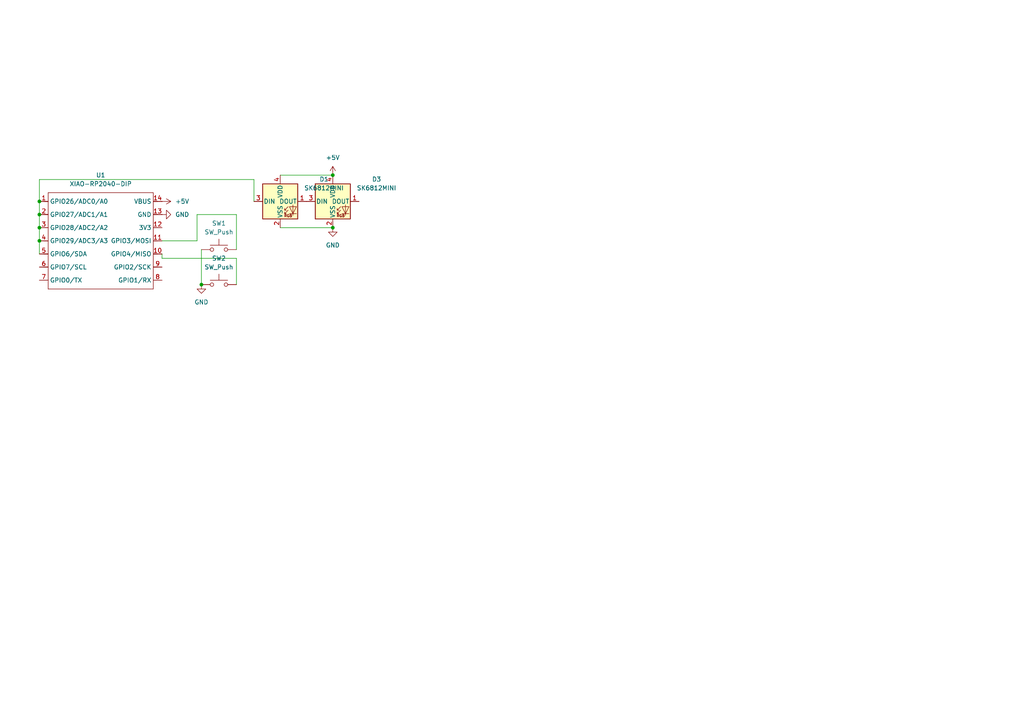
<source format=kicad_sch>
(kicad_sch
	(version 20250114)
	(generator "eeschema")
	(generator_version "9.0")
	(uuid "5cfa680a-8fea-419e-81bf-4003b6593132")
	(paper "A4")
	(lib_symbols
		(symbol "LED:SK6812MINI"
			(pin_names
				(offset 0.254)
			)
			(exclude_from_sim no)
			(in_bom yes)
			(on_board yes)
			(property "Reference" "D"
				(at 5.08 5.715 0)
				(effects
					(font
						(size 1.27 1.27)
					)
					(justify right bottom)
				)
			)
			(property "Value" "SK6812MINI"
				(at 1.27 -5.715 0)
				(effects
					(font
						(size 1.27 1.27)
					)
					(justify left top)
				)
			)
			(property "Footprint" "LED_SMD:LED_SK6812MINI_PLCC4_3.5x3.5mm_P1.75mm"
				(at 1.27 -7.62 0)
				(effects
					(font
						(size 1.27 1.27)
					)
					(justify left top)
					(hide yes)
				)
			)
			(property "Datasheet" "https://cdn-shop.adafruit.com/product-files/2686/SK6812MINI_REV.01-1-2.pdf"
				(at 2.54 -9.525 0)
				(effects
					(font
						(size 1.27 1.27)
					)
					(justify left top)
					(hide yes)
				)
			)
			(property "Description" "RGB LED with integrated controller"
				(at 0 0 0)
				(effects
					(font
						(size 1.27 1.27)
					)
					(hide yes)
				)
			)
			(property "ki_keywords" "RGB LED NeoPixel Mini addressable"
				(at 0 0 0)
				(effects
					(font
						(size 1.27 1.27)
					)
					(hide yes)
				)
			)
			(property "ki_fp_filters" "LED*SK6812MINI*PLCC*3.5x3.5mm*P1.75mm*"
				(at 0 0 0)
				(effects
					(font
						(size 1.27 1.27)
					)
					(hide yes)
				)
			)
			(symbol "SK6812MINI_0_0"
				(text "RGB"
					(at 2.286 -4.191 0)
					(effects
						(font
							(size 0.762 0.762)
						)
					)
				)
			)
			(symbol "SK6812MINI_0_1"
				(polyline
					(pts
						(xy 1.27 -2.54) (xy 1.778 -2.54)
					)
					(stroke
						(width 0)
						(type default)
					)
					(fill
						(type none)
					)
				)
				(polyline
					(pts
						(xy 1.27 -3.556) (xy 1.778 -3.556)
					)
					(stroke
						(width 0)
						(type default)
					)
					(fill
						(type none)
					)
				)
				(polyline
					(pts
						(xy 2.286 -1.524) (xy 1.27 -2.54) (xy 1.27 -2.032)
					)
					(stroke
						(width 0)
						(type default)
					)
					(fill
						(type none)
					)
				)
				(polyline
					(pts
						(xy 2.286 -2.54) (xy 1.27 -3.556) (xy 1.27 -3.048)
					)
					(stroke
						(width 0)
						(type default)
					)
					(fill
						(type none)
					)
				)
				(polyline
					(pts
						(xy 3.683 -1.016) (xy 3.683 -3.556) (xy 3.683 -4.064)
					)
					(stroke
						(width 0)
						(type default)
					)
					(fill
						(type none)
					)
				)
				(polyline
					(pts
						(xy 4.699 -1.524) (xy 2.667 -1.524) (xy 3.683 -3.556) (xy 4.699 -1.524)
					)
					(stroke
						(width 0)
						(type default)
					)
					(fill
						(type none)
					)
				)
				(polyline
					(pts
						(xy 4.699 -3.556) (xy 2.667 -3.556)
					)
					(stroke
						(width 0)
						(type default)
					)
					(fill
						(type none)
					)
				)
				(rectangle
					(start 5.08 5.08)
					(end -5.08 -5.08)
					(stroke
						(width 0.254)
						(type default)
					)
					(fill
						(type background)
					)
				)
			)
			(symbol "SK6812MINI_1_1"
				(pin input line
					(at -7.62 0 0)
					(length 2.54)
					(name "DIN"
						(effects
							(font
								(size 1.27 1.27)
							)
						)
					)
					(number "3"
						(effects
							(font
								(size 1.27 1.27)
							)
						)
					)
				)
				(pin power_in line
					(at 0 7.62 270)
					(length 2.54)
					(name "VDD"
						(effects
							(font
								(size 1.27 1.27)
							)
						)
					)
					(number "4"
						(effects
							(font
								(size 1.27 1.27)
							)
						)
					)
				)
				(pin power_in line
					(at 0 -7.62 90)
					(length 2.54)
					(name "VSS"
						(effects
							(font
								(size 1.27 1.27)
							)
						)
					)
					(number "2"
						(effects
							(font
								(size 1.27 1.27)
							)
						)
					)
				)
				(pin output line
					(at 7.62 0 180)
					(length 2.54)
					(name "DOUT"
						(effects
							(font
								(size 1.27 1.27)
							)
						)
					)
					(number "1"
						(effects
							(font
								(size 1.27 1.27)
							)
						)
					)
				)
			)
			(embedded_fonts no)
		)
		(symbol "OPL:XIAO-RP2040-DIP"
			(exclude_from_sim no)
			(in_bom yes)
			(on_board yes)
			(property "Reference" "U"
				(at 0 0 0)
				(effects
					(font
						(size 1.27 1.27)
					)
				)
			)
			(property "Value" "XIAO-RP2040-DIP"
				(at 5.334 -1.778 0)
				(effects
					(font
						(size 1.27 1.27)
					)
				)
			)
			(property "Footprint" "Module:MOUDLE14P-XIAO-DIP-SMD"
				(at 14.478 -32.258 0)
				(effects
					(font
						(size 1.27 1.27)
					)
					(hide yes)
				)
			)
			(property "Datasheet" ""
				(at 0 0 0)
				(effects
					(font
						(size 1.27 1.27)
					)
					(hide yes)
				)
			)
			(property "Description" ""
				(at 0 0 0)
				(effects
					(font
						(size 1.27 1.27)
					)
					(hide yes)
				)
			)
			(symbol "XIAO-RP2040-DIP_1_0"
				(polyline
					(pts
						(xy -1.27 -2.54) (xy 29.21 -2.54)
					)
					(stroke
						(width 0.1524)
						(type solid)
					)
					(fill
						(type none)
					)
				)
				(polyline
					(pts
						(xy -1.27 -5.08) (xy -2.54 -5.08)
					)
					(stroke
						(width 0.1524)
						(type solid)
					)
					(fill
						(type none)
					)
				)
				(polyline
					(pts
						(xy -1.27 -5.08) (xy -1.27 -2.54)
					)
					(stroke
						(width 0.1524)
						(type solid)
					)
					(fill
						(type none)
					)
				)
				(polyline
					(pts
						(xy -1.27 -8.89) (xy -2.54 -8.89)
					)
					(stroke
						(width 0.1524)
						(type solid)
					)
					(fill
						(type none)
					)
				)
				(polyline
					(pts
						(xy -1.27 -8.89) (xy -1.27 -5.08)
					)
					(stroke
						(width 0.1524)
						(type solid)
					)
					(fill
						(type none)
					)
				)
				(polyline
					(pts
						(xy -1.27 -12.7) (xy -2.54 -12.7)
					)
					(stroke
						(width 0.1524)
						(type solid)
					)
					(fill
						(type none)
					)
				)
				(polyline
					(pts
						(xy -1.27 -12.7) (xy -1.27 -8.89)
					)
					(stroke
						(width 0.1524)
						(type solid)
					)
					(fill
						(type none)
					)
				)
				(polyline
					(pts
						(xy -1.27 -16.51) (xy -2.54 -16.51)
					)
					(stroke
						(width 0.1524)
						(type solid)
					)
					(fill
						(type none)
					)
				)
				(polyline
					(pts
						(xy -1.27 -16.51) (xy -1.27 -12.7)
					)
					(stroke
						(width 0.1524)
						(type solid)
					)
					(fill
						(type none)
					)
				)
				(polyline
					(pts
						(xy -1.27 -20.32) (xy -2.54 -20.32)
					)
					(stroke
						(width 0.1524)
						(type solid)
					)
					(fill
						(type none)
					)
				)
				(polyline
					(pts
						(xy -1.27 -24.13) (xy -2.54 -24.13)
					)
					(stroke
						(width 0.1524)
						(type solid)
					)
					(fill
						(type none)
					)
				)
				(polyline
					(pts
						(xy -1.27 -27.94) (xy -2.54 -27.94)
					)
					(stroke
						(width 0.1524)
						(type solid)
					)
					(fill
						(type none)
					)
				)
				(polyline
					(pts
						(xy -1.27 -30.48) (xy -1.27 -16.51)
					)
					(stroke
						(width 0.1524)
						(type solid)
					)
					(fill
						(type none)
					)
				)
				(polyline
					(pts
						(xy 29.21 -2.54) (xy 29.21 -5.08)
					)
					(stroke
						(width 0.1524)
						(type solid)
					)
					(fill
						(type none)
					)
				)
				(polyline
					(pts
						(xy 29.21 -5.08) (xy 29.21 -8.89)
					)
					(stroke
						(width 0.1524)
						(type solid)
					)
					(fill
						(type none)
					)
				)
				(polyline
					(pts
						(xy 29.21 -8.89) (xy 29.21 -12.7)
					)
					(stroke
						(width 0.1524)
						(type solid)
					)
					(fill
						(type none)
					)
				)
				(polyline
					(pts
						(xy 29.21 -12.7) (xy 29.21 -30.48)
					)
					(stroke
						(width 0.1524)
						(type solid)
					)
					(fill
						(type none)
					)
				)
				(polyline
					(pts
						(xy 29.21 -30.48) (xy -1.27 -30.48)
					)
					(stroke
						(width 0.1524)
						(type solid)
					)
					(fill
						(type none)
					)
				)
				(polyline
					(pts
						(xy 30.48 -5.08) (xy 29.21 -5.08)
					)
					(stroke
						(width 0.1524)
						(type solid)
					)
					(fill
						(type none)
					)
				)
				(polyline
					(pts
						(xy 30.48 -8.89) (xy 29.21 -8.89)
					)
					(stroke
						(width 0.1524)
						(type solid)
					)
					(fill
						(type none)
					)
				)
				(polyline
					(pts
						(xy 30.48 -12.7) (xy 29.21 -12.7)
					)
					(stroke
						(width 0.1524)
						(type solid)
					)
					(fill
						(type none)
					)
				)
				(polyline
					(pts
						(xy 30.48 -16.51) (xy 29.21 -16.51)
					)
					(stroke
						(width 0.1524)
						(type solid)
					)
					(fill
						(type none)
					)
				)
				(polyline
					(pts
						(xy 30.48 -20.32) (xy 29.21 -20.32)
					)
					(stroke
						(width 0.1524)
						(type solid)
					)
					(fill
						(type none)
					)
				)
				(polyline
					(pts
						(xy 30.48 -24.13) (xy 29.21 -24.13)
					)
					(stroke
						(width 0.1524)
						(type solid)
					)
					(fill
						(type none)
					)
				)
				(polyline
					(pts
						(xy 30.48 -27.94) (xy 29.21 -27.94)
					)
					(stroke
						(width 0.1524)
						(type solid)
					)
					(fill
						(type none)
					)
				)
				(pin passive line
					(at -3.81 -5.08 0)
					(length 2.54)
					(name "GPIO26/ADC0/A0"
						(effects
							(font
								(size 1.27 1.27)
							)
						)
					)
					(number "1"
						(effects
							(font
								(size 1.27 1.27)
							)
						)
					)
				)
				(pin passive line
					(at -3.81 -8.89 0)
					(length 2.54)
					(name "GPIO27/ADC1/A1"
						(effects
							(font
								(size 1.27 1.27)
							)
						)
					)
					(number "2"
						(effects
							(font
								(size 1.27 1.27)
							)
						)
					)
				)
				(pin passive line
					(at -3.81 -12.7 0)
					(length 2.54)
					(name "GPIO28/ADC2/A2"
						(effects
							(font
								(size 1.27 1.27)
							)
						)
					)
					(number "3"
						(effects
							(font
								(size 1.27 1.27)
							)
						)
					)
				)
				(pin passive line
					(at -3.81 -16.51 0)
					(length 2.54)
					(name "GPIO29/ADC3/A3"
						(effects
							(font
								(size 1.27 1.27)
							)
						)
					)
					(number "4"
						(effects
							(font
								(size 1.27 1.27)
							)
						)
					)
				)
				(pin passive line
					(at -3.81 -20.32 0)
					(length 2.54)
					(name "GPIO6/SDA"
						(effects
							(font
								(size 1.27 1.27)
							)
						)
					)
					(number "5"
						(effects
							(font
								(size 1.27 1.27)
							)
						)
					)
				)
				(pin passive line
					(at -3.81 -24.13 0)
					(length 2.54)
					(name "GPIO7/SCL"
						(effects
							(font
								(size 1.27 1.27)
							)
						)
					)
					(number "6"
						(effects
							(font
								(size 1.27 1.27)
							)
						)
					)
				)
				(pin passive line
					(at -3.81 -27.94 0)
					(length 2.54)
					(name "GPIO0/TX"
						(effects
							(font
								(size 1.27 1.27)
							)
						)
					)
					(number "7"
						(effects
							(font
								(size 1.27 1.27)
							)
						)
					)
				)
				(pin passive line
					(at 31.75 -5.08 180)
					(length 2.54)
					(name "VBUS"
						(effects
							(font
								(size 1.27 1.27)
							)
						)
					)
					(number "14"
						(effects
							(font
								(size 1.27 1.27)
							)
						)
					)
				)
				(pin passive line
					(at 31.75 -8.89 180)
					(length 2.54)
					(name "GND"
						(effects
							(font
								(size 1.27 1.27)
							)
						)
					)
					(number "13"
						(effects
							(font
								(size 1.27 1.27)
							)
						)
					)
				)
				(pin passive line
					(at 31.75 -12.7 180)
					(length 2.54)
					(name "3V3"
						(effects
							(font
								(size 1.27 1.27)
							)
						)
					)
					(number "12"
						(effects
							(font
								(size 1.27 1.27)
							)
						)
					)
				)
				(pin passive line
					(at 31.75 -16.51 180)
					(length 2.54)
					(name "GPIO3/MOSI"
						(effects
							(font
								(size 1.27 1.27)
							)
						)
					)
					(number "11"
						(effects
							(font
								(size 1.27 1.27)
							)
						)
					)
				)
				(pin passive line
					(at 31.75 -20.32 180)
					(length 2.54)
					(name "GPIO4/MISO"
						(effects
							(font
								(size 1.27 1.27)
							)
						)
					)
					(number "10"
						(effects
							(font
								(size 1.27 1.27)
							)
						)
					)
				)
				(pin passive line
					(at 31.75 -24.13 180)
					(length 2.54)
					(name "GPIO2/SCK"
						(effects
							(font
								(size 1.27 1.27)
							)
						)
					)
					(number "9"
						(effects
							(font
								(size 1.27 1.27)
							)
						)
					)
				)
				(pin passive line
					(at 31.75 -27.94 180)
					(length 2.54)
					(name "GPIO1/RX"
						(effects
							(font
								(size 1.27 1.27)
							)
						)
					)
					(number "8"
						(effects
							(font
								(size 1.27 1.27)
							)
						)
					)
				)
			)
			(embedded_fonts no)
		)
		(symbol "Switch:SW_Push"
			(pin_numbers
				(hide yes)
			)
			(pin_names
				(offset 1.016)
				(hide yes)
			)
			(exclude_from_sim no)
			(in_bom yes)
			(on_board yes)
			(property "Reference" "SW"
				(at 1.27 2.54 0)
				(effects
					(font
						(size 1.27 1.27)
					)
					(justify left)
				)
			)
			(property "Value" "SW_Push"
				(at 0 -1.524 0)
				(effects
					(font
						(size 1.27 1.27)
					)
				)
			)
			(property "Footprint" ""
				(at 0 5.08 0)
				(effects
					(font
						(size 1.27 1.27)
					)
					(hide yes)
				)
			)
			(property "Datasheet" "~"
				(at 0 5.08 0)
				(effects
					(font
						(size 1.27 1.27)
					)
					(hide yes)
				)
			)
			(property "Description" "Push button switch, generic, two pins"
				(at 0 0 0)
				(effects
					(font
						(size 1.27 1.27)
					)
					(hide yes)
				)
			)
			(property "ki_keywords" "switch normally-open pushbutton push-button"
				(at 0 0 0)
				(effects
					(font
						(size 1.27 1.27)
					)
					(hide yes)
				)
			)
			(symbol "SW_Push_0_1"
				(circle
					(center -2.032 0)
					(radius 0.508)
					(stroke
						(width 0)
						(type default)
					)
					(fill
						(type none)
					)
				)
				(polyline
					(pts
						(xy 0 1.27) (xy 0 3.048)
					)
					(stroke
						(width 0)
						(type default)
					)
					(fill
						(type none)
					)
				)
				(circle
					(center 2.032 0)
					(radius 0.508)
					(stroke
						(width 0)
						(type default)
					)
					(fill
						(type none)
					)
				)
				(polyline
					(pts
						(xy 2.54 1.27) (xy -2.54 1.27)
					)
					(stroke
						(width 0)
						(type default)
					)
					(fill
						(type none)
					)
				)
				(pin passive line
					(at -5.08 0 0)
					(length 2.54)
					(name "1"
						(effects
							(font
								(size 1.27 1.27)
							)
						)
					)
					(number "1"
						(effects
							(font
								(size 1.27 1.27)
							)
						)
					)
				)
				(pin passive line
					(at 5.08 0 180)
					(length 2.54)
					(name "2"
						(effects
							(font
								(size 1.27 1.27)
							)
						)
					)
					(number "2"
						(effects
							(font
								(size 1.27 1.27)
							)
						)
					)
				)
			)
			(embedded_fonts no)
		)
		(symbol "power:+5V"
			(power)
			(pin_numbers
				(hide yes)
			)
			(pin_names
				(offset 0)
				(hide yes)
			)
			(exclude_from_sim no)
			(in_bom yes)
			(on_board yes)
			(property "Reference" "#PWR"
				(at 0 -3.81 0)
				(effects
					(font
						(size 1.27 1.27)
					)
					(hide yes)
				)
			)
			(property "Value" "+5V"
				(at 0 3.556 0)
				(effects
					(font
						(size 1.27 1.27)
					)
				)
			)
			(property "Footprint" ""
				(at 0 0 0)
				(effects
					(font
						(size 1.27 1.27)
					)
					(hide yes)
				)
			)
			(property "Datasheet" ""
				(at 0 0 0)
				(effects
					(font
						(size 1.27 1.27)
					)
					(hide yes)
				)
			)
			(property "Description" "Power symbol creates a global label with name \"+5V\""
				(at 0 0 0)
				(effects
					(font
						(size 1.27 1.27)
					)
					(hide yes)
				)
			)
			(property "ki_keywords" "global power"
				(at 0 0 0)
				(effects
					(font
						(size 1.27 1.27)
					)
					(hide yes)
				)
			)
			(symbol "+5V_0_1"
				(polyline
					(pts
						(xy -0.762 1.27) (xy 0 2.54)
					)
					(stroke
						(width 0)
						(type default)
					)
					(fill
						(type none)
					)
				)
				(polyline
					(pts
						(xy 0 2.54) (xy 0.762 1.27)
					)
					(stroke
						(width 0)
						(type default)
					)
					(fill
						(type none)
					)
				)
				(polyline
					(pts
						(xy 0 0) (xy 0 2.54)
					)
					(stroke
						(width 0)
						(type default)
					)
					(fill
						(type none)
					)
				)
			)
			(symbol "+5V_1_1"
				(pin power_in line
					(at 0 0 90)
					(length 0)
					(name "~"
						(effects
							(font
								(size 1.27 1.27)
							)
						)
					)
					(number "1"
						(effects
							(font
								(size 1.27 1.27)
							)
						)
					)
				)
			)
			(embedded_fonts no)
		)
		(symbol "power:GND"
			(power)
			(pin_numbers
				(hide yes)
			)
			(pin_names
				(offset 0)
				(hide yes)
			)
			(exclude_from_sim no)
			(in_bom yes)
			(on_board yes)
			(property "Reference" "#PWR"
				(at 0 -6.35 0)
				(effects
					(font
						(size 1.27 1.27)
					)
					(hide yes)
				)
			)
			(property "Value" "GND"
				(at 0 -3.81 0)
				(effects
					(font
						(size 1.27 1.27)
					)
				)
			)
			(property "Footprint" ""
				(at 0 0 0)
				(effects
					(font
						(size 1.27 1.27)
					)
					(hide yes)
				)
			)
			(property "Datasheet" ""
				(at 0 0 0)
				(effects
					(font
						(size 1.27 1.27)
					)
					(hide yes)
				)
			)
			(property "Description" "Power symbol creates a global label with name \"GND\" , ground"
				(at 0 0 0)
				(effects
					(font
						(size 1.27 1.27)
					)
					(hide yes)
				)
			)
			(property "ki_keywords" "global power"
				(at 0 0 0)
				(effects
					(font
						(size 1.27 1.27)
					)
					(hide yes)
				)
			)
			(symbol "GND_0_1"
				(polyline
					(pts
						(xy 0 0) (xy 0 -1.27) (xy 1.27 -1.27) (xy 0 -2.54) (xy -1.27 -1.27) (xy 0 -1.27)
					)
					(stroke
						(width 0)
						(type default)
					)
					(fill
						(type none)
					)
				)
			)
			(symbol "GND_1_1"
				(pin power_in line
					(at 0 0 270)
					(length 0)
					(name "~"
						(effects
							(font
								(size 1.27 1.27)
							)
						)
					)
					(number "1"
						(effects
							(font
								(size 1.27 1.27)
							)
						)
					)
				)
			)
			(embedded_fonts no)
		)
	)
	(junction
		(at 11.43 69.85)
		(diameter 0)
		(color 0 0 0 0)
		(uuid "19590635-7537-47d5-bc9c-09f64c0d9c46")
	)
	(junction
		(at 96.52 66.04)
		(diameter 0)
		(color 0 0 0 0)
		(uuid "4218330f-1f64-4d5c-89d4-d2416473cab4")
	)
	(junction
		(at 11.43 62.23)
		(diameter 0)
		(color 0 0 0 0)
		(uuid "542157c8-067d-4367-866d-466d6c06b11e")
	)
	(junction
		(at 96.52 50.8)
		(diameter 0)
		(color 0 0 0 0)
		(uuid "750ac42c-95e4-4370-b2b5-b59e4ed20c51")
	)
	(junction
		(at 58.42 82.55)
		(diameter 0)
		(color 0 0 0 0)
		(uuid "8d6179c8-f8ee-4dde-8c64-1252407d7dce")
	)
	(junction
		(at 11.43 58.42)
		(diameter 0)
		(color 0 0 0 0)
		(uuid "92aa8b56-82b5-4e53-a690-a314c45287a3")
	)
	(junction
		(at 11.43 66.04)
		(diameter 0)
		(color 0 0 0 0)
		(uuid "f9655509-5b8d-4350-86f3-556679790f04")
	)
	(wire
		(pts
			(xy 57.15 62.23) (xy 57.15 69.85)
		)
		(stroke
			(width 0)
			(type default)
		)
		(uuid "0655849f-2d77-47a5-875a-08b4570c0d8c")
	)
	(wire
		(pts
			(xy 68.58 62.23) (xy 57.15 62.23)
		)
		(stroke
			(width 0)
			(type default)
		)
		(uuid "1a1d1764-db23-429f-93c7-e579653dda50")
	)
	(wire
		(pts
			(xy 73.66 52.07) (xy 73.66 58.42)
		)
		(stroke
			(width 0)
			(type default)
		)
		(uuid "1b931a8a-25fb-4e25-a8e0-e0ae5df45386")
	)
	(wire
		(pts
			(xy 81.28 66.04) (xy 96.52 66.04)
		)
		(stroke
			(width 0)
			(type default)
		)
		(uuid "58176b84-6d69-4c32-be66-2c4b4dd067ed")
	)
	(wire
		(pts
			(xy 46.99 74.93) (xy 46.99 73.66)
		)
		(stroke
			(width 0)
			(type default)
		)
		(uuid "696b1818-3090-48a6-97a6-f4252ca4f6db")
	)
	(wire
		(pts
			(xy 81.28 50.8) (xy 96.52 50.8)
		)
		(stroke
			(width 0)
			(type default)
		)
		(uuid "6d9ff260-ad1a-4c07-9eb5-fe4f7b32e942")
	)
	(wire
		(pts
			(xy 11.43 52.07) (xy 73.66 52.07)
		)
		(stroke
			(width 0)
			(type default)
		)
		(uuid "7b53610e-1167-4752-a4e9-ca25548c8aa4")
	)
	(wire
		(pts
			(xy 57.15 69.85) (xy 46.99 69.85)
		)
		(stroke
			(width 0)
			(type default)
		)
		(uuid "7ee416f3-a95c-4b54-93bf-1a668dfcb0e8")
	)
	(wire
		(pts
			(xy 11.43 73.66) (xy 11.43 69.85)
		)
		(stroke
			(width 0)
			(type default)
		)
		(uuid "85d78a8a-326c-411f-9a3f-cceec0cbbef8")
	)
	(wire
		(pts
			(xy 68.58 72.39) (xy 68.58 62.23)
		)
		(stroke
			(width 0)
			(type default)
		)
		(uuid "8a651c6e-cec2-4273-9700-d334f88ab39b")
	)
	(wire
		(pts
			(xy 11.43 66.04) (xy 11.43 62.23)
		)
		(stroke
			(width 0)
			(type default)
		)
		(uuid "aa9d4b4c-7297-4be4-bb0c-c2e8c8998161")
	)
	(wire
		(pts
			(xy 11.43 69.85) (xy 11.43 66.04)
		)
		(stroke
			(width 0)
			(type default)
		)
		(uuid "c04b445f-fb03-4d43-9f94-25509892c0f6")
	)
	(wire
		(pts
			(xy 11.43 62.23) (xy 11.43 58.42)
		)
		(stroke
			(width 0)
			(type default)
		)
		(uuid "c0a95744-6c1d-437e-967d-bd035994b436")
	)
	(wire
		(pts
			(xy 11.43 58.42) (xy 11.43 52.07)
		)
		(stroke
			(width 0)
			(type default)
		)
		(uuid "cf9a2efb-805d-46ff-82ff-0c75b95a13ca")
	)
	(wire
		(pts
			(xy 68.58 74.93) (xy 46.99 74.93)
		)
		(stroke
			(width 0)
			(type default)
		)
		(uuid "d1b4e9f5-cb23-4ca8-a700-94ad636222a0")
	)
	(wire
		(pts
			(xy 68.58 82.55) (xy 68.58 74.93)
		)
		(stroke
			(width 0)
			(type default)
		)
		(uuid "e9afeb9a-fb19-43a4-8440-2f1077116dd5")
	)
	(wire
		(pts
			(xy 58.42 72.39) (xy 58.42 82.55)
		)
		(stroke
			(width 0)
			(type default)
		)
		(uuid "f4013556-e7f8-4973-97ba-7fc16db68909")
	)
	(symbol
		(lib_id "LED:SK6812MINI")
		(at 81.28 58.42 0)
		(unit 1)
		(exclude_from_sim no)
		(in_bom yes)
		(on_board yes)
		(dnp no)
		(uuid "04d7603d-8375-4ec0-9f23-dca25a7bc7ad")
		(property "Reference" "D1"
			(at 93.98 51.9998 0)
			(effects
				(font
					(size 1.27 1.27)
				)
			)
		)
		(property "Value" "SK6812MINI"
			(at 93.98 54.5398 0)
			(effects
				(font
					(size 1.27 1.27)
				)
			)
		)
		(property "Footprint" "LED_SMD:LED_SK6812MINI_PLCC4_3.5x3.5mm_P1.75mm"
			(at 82.55 66.04 0)
			(effects
				(font
					(size 1.27 1.27)
				)
				(justify left top)
				(hide yes)
			)
		)
		(property "Datasheet" "https://cdn-shop.adafruit.com/product-files/2686/SK6812MINI_REV.01-1-2.pdf"
			(at 83.82 67.945 0)
			(effects
				(font
					(size 1.27 1.27)
				)
				(justify left top)
				(hide yes)
			)
		)
		(property "Description" "RGB LED with integrated controller"
			(at 81.28 58.42 0)
			(effects
				(font
					(size 1.27 1.27)
				)
				(hide yes)
			)
		)
		(pin "1"
			(uuid "ed8c9287-32de-4bcd-8969-f5ed10ffdfda")
		)
		(pin "2"
			(uuid "244faf86-331b-4a08-98b3-08164994579e")
		)
		(pin "3"
			(uuid "e89542b4-c424-4326-b138-8b4bdd95fc4b")
		)
		(pin "4"
			(uuid "e22d8eda-007a-4057-ab53-72b4d4a2ff4b")
		)
		(instances
			(project ""
				(path "/5cfa680a-8fea-419e-81bf-4003b6593132"
					(reference "D1")
					(unit 1)
				)
			)
		)
	)
	(symbol
		(lib_id "power:+5V")
		(at 96.52 50.8 0)
		(unit 1)
		(exclude_from_sim no)
		(in_bom yes)
		(on_board yes)
		(dnp no)
		(fields_autoplaced yes)
		(uuid "4bac8128-d83c-4c8a-be6a-a545bd818a45")
		(property "Reference" "#PWR05"
			(at 96.52 54.61 0)
			(effects
				(font
					(size 1.27 1.27)
				)
				(hide yes)
			)
		)
		(property "Value" "+5V"
			(at 96.52 45.72 0)
			(effects
				(font
					(size 1.27 1.27)
				)
			)
		)
		(property "Footprint" ""
			(at 96.52 50.8 0)
			(effects
				(font
					(size 1.27 1.27)
				)
				(hide yes)
			)
		)
		(property "Datasheet" ""
			(at 96.52 50.8 0)
			(effects
				(font
					(size 1.27 1.27)
				)
				(hide yes)
			)
		)
		(property "Description" "Power symbol creates a global label with name \"+5V\""
			(at 96.52 50.8 0)
			(effects
				(font
					(size 1.27 1.27)
				)
				(hide yes)
			)
		)
		(pin "1"
			(uuid "31696438-7edd-4bf0-99c9-eae1a368037a")
		)
		(instances
			(project "Orange"
				(path "/5cfa680a-8fea-419e-81bf-4003b6593132"
					(reference "#PWR05")
					(unit 1)
				)
			)
		)
	)
	(symbol
		(lib_id "power:+5V")
		(at 46.99 58.42 270)
		(unit 1)
		(exclude_from_sim no)
		(in_bom yes)
		(on_board yes)
		(dnp no)
		(fields_autoplaced yes)
		(uuid "4c73c161-cc2f-44e4-a381-597255eb5e25")
		(property "Reference" "#PWR01"
			(at 43.18 58.42 0)
			(effects
				(font
					(size 1.27 1.27)
				)
				(hide yes)
			)
		)
		(property "Value" "+5V"
			(at 50.8 58.4199 90)
			(effects
				(font
					(size 1.27 1.27)
				)
				(justify left)
			)
		)
		(property "Footprint" ""
			(at 46.99 58.42 0)
			(effects
				(font
					(size 1.27 1.27)
				)
				(hide yes)
			)
		)
		(property "Datasheet" ""
			(at 46.99 58.42 0)
			(effects
				(font
					(size 1.27 1.27)
				)
				(hide yes)
			)
		)
		(property "Description" "Power symbol creates a global label with name \"+5V\""
			(at 46.99 58.42 0)
			(effects
				(font
					(size 1.27 1.27)
				)
				(hide yes)
			)
		)
		(pin "1"
			(uuid "a28eea04-adc6-4bd1-92fe-ef12d11991ee")
		)
		(instances
			(project ""
				(path "/5cfa680a-8fea-419e-81bf-4003b6593132"
					(reference "#PWR01")
					(unit 1)
				)
			)
		)
	)
	(symbol
		(lib_id "Switch:SW_Push")
		(at 63.5 72.39 0)
		(unit 1)
		(exclude_from_sim no)
		(in_bom yes)
		(on_board yes)
		(dnp no)
		(fields_autoplaced yes)
		(uuid "4e618686-d58f-4664-adb0-a851262e2db5")
		(property "Reference" "SW1"
			(at 63.5 64.77 0)
			(effects
				(font
					(size 1.27 1.27)
				)
			)
		)
		(property "Value" "SW_Push"
			(at 63.5 67.31 0)
			(effects
				(font
					(size 1.27 1.27)
				)
			)
		)
		(property "Footprint" "Button_Switch_Keyboard:SW_Cherry_MX_1.00u_PCB"
			(at 63.5 67.31 0)
			(effects
				(font
					(size 1.27 1.27)
				)
				(hide yes)
			)
		)
		(property "Datasheet" "~"
			(at 63.5 67.31 0)
			(effects
				(font
					(size 1.27 1.27)
				)
				(hide yes)
			)
		)
		(property "Description" "Push button switch, generic, two pins"
			(at 63.5 72.39 0)
			(effects
				(font
					(size 1.27 1.27)
				)
				(hide yes)
			)
		)
		(pin "1"
			(uuid "3fdaa583-354c-4372-b8cd-9ad8b0d44fa2")
		)
		(pin "2"
			(uuid "7195a21e-1c63-4429-95ba-87b6e1591fe6")
		)
		(instances
			(project ""
				(path "/5cfa680a-8fea-419e-81bf-4003b6593132"
					(reference "SW1")
					(unit 1)
				)
			)
		)
	)
	(symbol
		(lib_id "power:GND")
		(at 58.42 82.55 0)
		(unit 1)
		(exclude_from_sim no)
		(in_bom yes)
		(on_board yes)
		(dnp no)
		(fields_autoplaced yes)
		(uuid "551cfa19-46ce-4794-9490-c619e0dddb89")
		(property "Reference" "#PWR03"
			(at 58.42 88.9 0)
			(effects
				(font
					(size 1.27 1.27)
				)
				(hide yes)
			)
		)
		(property "Value" "GND"
			(at 58.42 87.63 0)
			(effects
				(font
					(size 1.27 1.27)
				)
			)
		)
		(property "Footprint" ""
			(at 58.42 82.55 0)
			(effects
				(font
					(size 1.27 1.27)
				)
				(hide yes)
			)
		)
		(property "Datasheet" ""
			(at 58.42 82.55 0)
			(effects
				(font
					(size 1.27 1.27)
				)
				(hide yes)
			)
		)
		(property "Description" "Power symbol creates a global label with name \"GND\" , ground"
			(at 58.42 82.55 0)
			(effects
				(font
					(size 1.27 1.27)
				)
				(hide yes)
			)
		)
		(pin "1"
			(uuid "ec1c4ea0-39b3-4a09-b4d2-1fdbff135c70")
		)
		(instances
			(project ""
				(path "/5cfa680a-8fea-419e-81bf-4003b6593132"
					(reference "#PWR03")
					(unit 1)
				)
			)
		)
	)
	(symbol
		(lib_id "LED:SK6812MINI")
		(at 96.52 58.42 0)
		(unit 1)
		(exclude_from_sim no)
		(in_bom yes)
		(on_board yes)
		(dnp no)
		(fields_autoplaced yes)
		(uuid "56c93aa3-465e-4fa6-bc4b-494cb7a9d7d0")
		(property "Reference" "D3"
			(at 109.22 51.9998 0)
			(effects
				(font
					(size 1.27 1.27)
				)
			)
		)
		(property "Value" "SK6812MINI"
			(at 109.22 54.5398 0)
			(effects
				(font
					(size 1.27 1.27)
				)
			)
		)
		(property "Footprint" "LED_SMD:LED_SK6812MINI_PLCC4_3.5x3.5mm_P1.75mm"
			(at 97.79 66.04 0)
			(effects
				(font
					(size 1.27 1.27)
				)
				(justify left top)
				(hide yes)
			)
		)
		(property "Datasheet" "https://cdn-shop.adafruit.com/product-files/2686/SK6812MINI_REV.01-1-2.pdf"
			(at 99.06 67.945 0)
			(effects
				(font
					(size 1.27 1.27)
				)
				(justify left top)
				(hide yes)
			)
		)
		(property "Description" "RGB LED with integrated controller"
			(at 96.52 58.42 0)
			(effects
				(font
					(size 1.27 1.27)
				)
				(hide yes)
			)
		)
		(pin "1"
			(uuid "5f00f022-e26d-4002-adfe-299ef5e195c5")
		)
		(pin "2"
			(uuid "b424045a-ec57-45b2-9893-97da56470a57")
		)
		(pin "3"
			(uuid "ce44b15e-48c9-4fde-b556-c1772398667f")
		)
		(pin "4"
			(uuid "5a0c6153-3048-441b-bdee-aad33d332b4f")
		)
		(instances
			(project "Orange"
				(path "/5cfa680a-8fea-419e-81bf-4003b6593132"
					(reference "D3")
					(unit 1)
				)
			)
		)
	)
	(symbol
		(lib_id "power:GND")
		(at 46.99 62.23 90)
		(unit 1)
		(exclude_from_sim no)
		(in_bom yes)
		(on_board yes)
		(dnp no)
		(fields_autoplaced yes)
		(uuid "5d88ffa6-f01a-498a-852a-44729b3601e7")
		(property "Reference" "#PWR02"
			(at 53.34 62.23 0)
			(effects
				(font
					(size 1.27 1.27)
				)
				(hide yes)
			)
		)
		(property "Value" "GND"
			(at 50.8 62.2299 90)
			(effects
				(font
					(size 1.27 1.27)
				)
				(justify right)
			)
		)
		(property "Footprint" ""
			(at 46.99 62.23 0)
			(effects
				(font
					(size 1.27 1.27)
				)
				(hide yes)
			)
		)
		(property "Datasheet" ""
			(at 46.99 62.23 0)
			(effects
				(font
					(size 1.27 1.27)
				)
				(hide yes)
			)
		)
		(property "Description" "Power symbol creates a global label with name \"GND\" , ground"
			(at 46.99 62.23 0)
			(effects
				(font
					(size 1.27 1.27)
				)
				(hide yes)
			)
		)
		(pin "1"
			(uuid "1cf81c51-1816-4b15-ac85-f2b0638db210")
		)
		(instances
			(project ""
				(path "/5cfa680a-8fea-419e-81bf-4003b6593132"
					(reference "#PWR02")
					(unit 1)
				)
			)
		)
	)
	(symbol
		(lib_id "Switch:SW_Push")
		(at 63.5 82.55 0)
		(unit 1)
		(exclude_from_sim no)
		(in_bom yes)
		(on_board yes)
		(dnp no)
		(fields_autoplaced yes)
		(uuid "9b26df65-3a6d-4cf6-83ab-4f5deee46a4b")
		(property "Reference" "SW2"
			(at 63.5 74.93 0)
			(effects
				(font
					(size 1.27 1.27)
				)
			)
		)
		(property "Value" "SW_Push"
			(at 63.5 77.47 0)
			(effects
				(font
					(size 1.27 1.27)
				)
			)
		)
		(property "Footprint" "Button_Switch_Keyboard:SW_Cherry_MX_1.00u_PCB"
			(at 63.5 77.47 0)
			(effects
				(font
					(size 1.27 1.27)
				)
				(hide yes)
			)
		)
		(property "Datasheet" "~"
			(at 63.5 77.47 0)
			(effects
				(font
					(size 1.27 1.27)
				)
				(hide yes)
			)
		)
		(property "Description" "Push button switch, generic, two pins"
			(at 63.5 82.55 0)
			(effects
				(font
					(size 1.27 1.27)
				)
				(hide yes)
			)
		)
		(pin "1"
			(uuid "d8589888-b44b-4238-95cc-29399de9265f")
		)
		(pin "2"
			(uuid "1f92c4c0-12e9-4821-92c3-8d2adb94d572")
		)
		(instances
			(project "Orange"
				(path "/5cfa680a-8fea-419e-81bf-4003b6593132"
					(reference "SW2")
					(unit 1)
				)
			)
		)
	)
	(symbol
		(lib_id "power:GND")
		(at 96.52 66.04 0)
		(unit 1)
		(exclude_from_sim no)
		(in_bom yes)
		(on_board yes)
		(dnp no)
		(fields_autoplaced yes)
		(uuid "cdf9d7ba-4e1a-4f64-a8d1-e3d32f98e448")
		(property "Reference" "#PWR06"
			(at 96.52 72.39 0)
			(effects
				(font
					(size 1.27 1.27)
				)
				(hide yes)
			)
		)
		(property "Value" "GND"
			(at 96.52 71.12 0)
			(effects
				(font
					(size 1.27 1.27)
				)
			)
		)
		(property "Footprint" ""
			(at 96.52 66.04 0)
			(effects
				(font
					(size 1.27 1.27)
				)
				(hide yes)
			)
		)
		(property "Datasheet" ""
			(at 96.52 66.04 0)
			(effects
				(font
					(size 1.27 1.27)
				)
				(hide yes)
			)
		)
		(property "Description" "Power symbol creates a global label with name \"GND\" , ground"
			(at 96.52 66.04 0)
			(effects
				(font
					(size 1.27 1.27)
				)
				(hide yes)
			)
		)
		(pin "1"
			(uuid "ebd64c50-4a65-490a-ab7c-8835dedbb5a1")
		)
		(instances
			(project "Orange"
				(path "/5cfa680a-8fea-419e-81bf-4003b6593132"
					(reference "#PWR06")
					(unit 1)
				)
			)
		)
	)
	(symbol
		(lib_id "OPL:XIAO-RP2040-DIP")
		(at 15.24 53.34 0)
		(unit 1)
		(exclude_from_sim no)
		(in_bom yes)
		(on_board yes)
		(dnp no)
		(uuid "d2cf057a-97aa-4b40-9929-e4532f4177dd")
		(property "Reference" "U1"
			(at 29.21 50.8 0)
			(effects
				(font
					(size 1.27 1.27)
				)
			)
		)
		(property "Value" "XIAO-RP2040-DIP"
			(at 29.21 53.34 0)
			(effects
				(font
					(size 1.27 1.27)
				)
			)
		)
		(property "Footprint" "OPL:XIAO-ESP32C3-DIP"
			(at 29.718 85.598 0)
			(effects
				(font
					(size 1.27 1.27)
				)
				(hide yes)
			)
		)
		(property "Datasheet" ""
			(at 15.24 53.34 0)
			(effects
				(font
					(size 1.27 1.27)
				)
				(hide yes)
			)
		)
		(property "Description" ""
			(at 15.24 53.34 0)
			(effects
				(font
					(size 1.27 1.27)
				)
				(hide yes)
			)
		)
		(pin "2"
			(uuid "17266521-6d76-4283-9bbe-b2560c63a7b9")
		)
		(pin "1"
			(uuid "81c4e58f-6715-4fea-bcf5-84e13baa9280")
		)
		(pin "4"
			(uuid "26d06fee-6eb0-4745-a4ec-911fb587df3d")
		)
		(pin "3"
			(uuid "cda414b2-65bb-42fa-b6a0-5bc6f1c8479b")
		)
		(pin "5"
			(uuid "46fe4d86-edec-4e86-99b3-69454be97c18")
		)
		(pin "14"
			(uuid "e633ca88-3917-49d6-903c-932746c7dd1b")
		)
		(pin "12"
			(uuid "1396cd3e-34b2-48da-b231-5a45489e5b40")
		)
		(pin "11"
			(uuid "0071f9f5-a7dd-4d1f-9a39-008b1d704c92")
		)
		(pin "6"
			(uuid "0accff63-9abb-4acd-9d91-f8b4b3573604")
		)
		(pin "7"
			(uuid "cdcc7178-5abd-43f6-9bfe-d1cfdbe5e11d")
		)
		(pin "13"
			(uuid "f72540d2-6214-484f-8b2b-aff21fda8ca1")
		)
		(pin "10"
			(uuid "681c2506-f411-4e7b-968e-5d00fb92aead")
		)
		(pin "9"
			(uuid "df3daf92-7d59-453e-b54d-df6f42a4b377")
		)
		(pin "8"
			(uuid "fb58dfd4-1706-492c-9fde-f9c530d6d597")
		)
		(instances
			(project ""
				(path "/5cfa680a-8fea-419e-81bf-4003b6593132"
					(reference "U1")
					(unit 1)
				)
			)
		)
	)
	(sheet_instances
		(path "/"
			(page "1")
		)
	)
	(embedded_fonts no)
)

</source>
